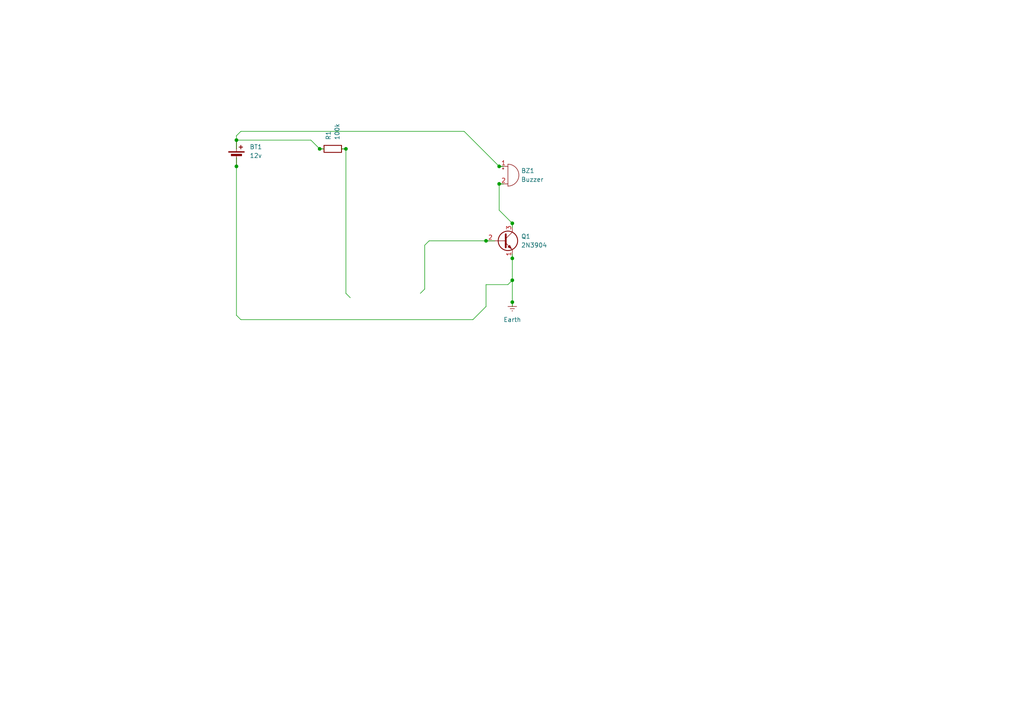
<source format=kicad_sch>
(kicad_sch
	(version 20250114)
	(generator "eeschema")
	(generator_version "9.0")
	(uuid "1f323b41-6172-48af-bc30-d3015ef1ae51")
	(paper "A4")
	(lib_symbols
		(symbol "Device:Battery_Cell"
			(pin_numbers
				(hide yes)
			)
			(pin_names
				(offset 0)
				(hide yes)
			)
			(exclude_from_sim no)
			(in_bom yes)
			(on_board yes)
			(property "Reference" "BT"
				(at 2.54 2.54 0)
				(effects
					(font
						(size 1.27 1.27)
					)
					(justify left)
				)
			)
			(property "Value" "Battery_Cell"
				(at 2.54 0 0)
				(effects
					(font
						(size 1.27 1.27)
					)
					(justify left)
				)
			)
			(property "Footprint" ""
				(at 0 1.524 90)
				(effects
					(font
						(size 1.27 1.27)
					)
					(hide yes)
				)
			)
			(property "Datasheet" "~"
				(at 0 1.524 90)
				(effects
					(font
						(size 1.27 1.27)
					)
					(hide yes)
				)
			)
			(property "Description" "Single-cell battery"
				(at 0 0 0)
				(effects
					(font
						(size 1.27 1.27)
					)
					(hide yes)
				)
			)
			(property "Sim.Device" "V"
				(at 0 0 0)
				(effects
					(font
						(size 1.27 1.27)
					)
					(hide yes)
				)
			)
			(property "Sim.Type" "DC"
				(at 0 0 0)
				(effects
					(font
						(size 1.27 1.27)
					)
					(hide yes)
				)
			)
			(property "Sim.Pins" "1=+ 2=-"
				(at 0 0 0)
				(effects
					(font
						(size 1.27 1.27)
					)
					(hide yes)
				)
			)
			(property "ki_keywords" "battery cell"
				(at 0 0 0)
				(effects
					(font
						(size 1.27 1.27)
					)
					(hide yes)
				)
			)
			(symbol "Battery_Cell_0_1"
				(rectangle
					(start -2.286 1.778)
					(end 2.286 1.524)
					(stroke
						(width 0)
						(type default)
					)
					(fill
						(type outline)
					)
				)
				(rectangle
					(start -1.524 1.016)
					(end 1.524 0.508)
					(stroke
						(width 0)
						(type default)
					)
					(fill
						(type outline)
					)
				)
				(polyline
					(pts
						(xy 0 1.778) (xy 0 2.54)
					)
					(stroke
						(width 0)
						(type default)
					)
					(fill
						(type none)
					)
				)
				(polyline
					(pts
						(xy 0 0.762) (xy 0 0)
					)
					(stroke
						(width 0)
						(type default)
					)
					(fill
						(type none)
					)
				)
				(polyline
					(pts
						(xy 0.762 3.048) (xy 1.778 3.048)
					)
					(stroke
						(width 0.254)
						(type default)
					)
					(fill
						(type none)
					)
				)
				(polyline
					(pts
						(xy 1.27 3.556) (xy 1.27 2.54)
					)
					(stroke
						(width 0.254)
						(type default)
					)
					(fill
						(type none)
					)
				)
			)
			(symbol "Battery_Cell_1_1"
				(pin passive line
					(at 0 5.08 270)
					(length 2.54)
					(name "+"
						(effects
							(font
								(size 1.27 1.27)
							)
						)
					)
					(number "1"
						(effects
							(font
								(size 1.27 1.27)
							)
						)
					)
				)
				(pin passive line
					(at 0 -2.54 90)
					(length 2.54)
					(name "-"
						(effects
							(font
								(size 1.27 1.27)
							)
						)
					)
					(number "2"
						(effects
							(font
								(size 1.27 1.27)
							)
						)
					)
				)
			)
			(embedded_fonts no)
		)
		(symbol "Device:Buzzer"
			(pin_names
				(offset 0.0254)
				(hide yes)
			)
			(exclude_from_sim no)
			(in_bom yes)
			(on_board yes)
			(property "Reference" "BZ"
				(at 3.81 1.27 0)
				(effects
					(font
						(size 1.27 1.27)
					)
					(justify left)
				)
			)
			(property "Value" "Buzzer"
				(at 3.81 -1.27 0)
				(effects
					(font
						(size 1.27 1.27)
					)
					(justify left)
				)
			)
			(property "Footprint" ""
				(at -0.635 2.54 90)
				(effects
					(font
						(size 1.27 1.27)
					)
					(hide yes)
				)
			)
			(property "Datasheet" "~"
				(at -0.635 2.54 90)
				(effects
					(font
						(size 1.27 1.27)
					)
					(hide yes)
				)
			)
			(property "Description" "Buzzer, polarized"
				(at 0 0 0)
				(effects
					(font
						(size 1.27 1.27)
					)
					(hide yes)
				)
			)
			(property "ki_keywords" "quartz resonator ceramic"
				(at 0 0 0)
				(effects
					(font
						(size 1.27 1.27)
					)
					(hide yes)
				)
			)
			(property "ki_fp_filters" "*Buzzer*"
				(at 0 0 0)
				(effects
					(font
						(size 1.27 1.27)
					)
					(hide yes)
				)
			)
			(symbol "Buzzer_0_1"
				(polyline
					(pts
						(xy -1.651 1.905) (xy -1.143 1.905)
					)
					(stroke
						(width 0)
						(type default)
					)
					(fill
						(type none)
					)
				)
				(polyline
					(pts
						(xy -1.397 2.159) (xy -1.397 1.651)
					)
					(stroke
						(width 0)
						(type default)
					)
					(fill
						(type none)
					)
				)
				(arc
					(start 0 3.175)
					(mid 3.1612 0)
					(end 0 -3.175)
					(stroke
						(width 0)
						(type default)
					)
					(fill
						(type none)
					)
				)
				(polyline
					(pts
						(xy 0 3.175) (xy 0 -3.175)
					)
					(stroke
						(width 0)
						(type default)
					)
					(fill
						(type none)
					)
				)
			)
			(symbol "Buzzer_1_1"
				(pin passive line
					(at -2.54 2.54 0)
					(length 2.54)
					(name "+"
						(effects
							(font
								(size 1.27 1.27)
							)
						)
					)
					(number "1"
						(effects
							(font
								(size 1.27 1.27)
							)
						)
					)
				)
				(pin passive line
					(at -2.54 -2.54 0)
					(length 2.54)
					(name "-"
						(effects
							(font
								(size 1.27 1.27)
							)
						)
					)
					(number "2"
						(effects
							(font
								(size 1.27 1.27)
							)
						)
					)
				)
			)
			(embedded_fonts no)
		)
		(symbol "Device:R"
			(pin_numbers
				(hide yes)
			)
			(pin_names
				(offset 0)
			)
			(exclude_from_sim no)
			(in_bom yes)
			(on_board yes)
			(property "Reference" "R"
				(at 2.032 0 90)
				(effects
					(font
						(size 1.27 1.27)
					)
				)
			)
			(property "Value" "R"
				(at 0 0 90)
				(effects
					(font
						(size 1.27 1.27)
					)
				)
			)
			(property "Footprint" ""
				(at -1.778 0 90)
				(effects
					(font
						(size 1.27 1.27)
					)
					(hide yes)
				)
			)
			(property "Datasheet" "~"
				(at 0 0 0)
				(effects
					(font
						(size 1.27 1.27)
					)
					(hide yes)
				)
			)
			(property "Description" "Resistor"
				(at 0 0 0)
				(effects
					(font
						(size 1.27 1.27)
					)
					(hide yes)
				)
			)
			(property "ki_keywords" "R res resistor"
				(at 0 0 0)
				(effects
					(font
						(size 1.27 1.27)
					)
					(hide yes)
				)
			)
			(property "ki_fp_filters" "R_*"
				(at 0 0 0)
				(effects
					(font
						(size 1.27 1.27)
					)
					(hide yes)
				)
			)
			(symbol "R_0_1"
				(rectangle
					(start -1.016 -2.54)
					(end 1.016 2.54)
					(stroke
						(width 0.254)
						(type default)
					)
					(fill
						(type none)
					)
				)
			)
			(symbol "R_1_1"
				(pin passive line
					(at 0 3.81 270)
					(length 1.27)
					(name "~"
						(effects
							(font
								(size 1.27 1.27)
							)
						)
					)
					(number "1"
						(effects
							(font
								(size 1.27 1.27)
							)
						)
					)
				)
				(pin passive line
					(at 0 -3.81 90)
					(length 1.27)
					(name "~"
						(effects
							(font
								(size 1.27 1.27)
							)
						)
					)
					(number "2"
						(effects
							(font
								(size 1.27 1.27)
							)
						)
					)
				)
			)
			(embedded_fonts no)
		)
		(symbol "Transistor_BJT:2N3904"
			(pin_names
				(offset 0)
				(hide yes)
			)
			(exclude_from_sim no)
			(in_bom yes)
			(on_board yes)
			(property "Reference" "Q"
				(at 5.08 1.905 0)
				(effects
					(font
						(size 1.27 1.27)
					)
					(justify left)
				)
			)
			(property "Value" "2N3904"
				(at 5.08 0 0)
				(effects
					(font
						(size 1.27 1.27)
					)
					(justify left)
				)
			)
			(property "Footprint" "Package_TO_SOT_THT:TO-92_Inline"
				(at 5.08 -1.905 0)
				(effects
					(font
						(size 1.27 1.27)
						(italic yes)
					)
					(justify left)
					(hide yes)
				)
			)
			(property "Datasheet" "https://www.onsemi.com/pub/Collateral/2N3903-D.PDF"
				(at 0 0 0)
				(effects
					(font
						(size 1.27 1.27)
					)
					(justify left)
					(hide yes)
				)
			)
			(property "Description" "0.2A Ic, 40V Vce, Small Signal NPN Transistor, TO-92"
				(at 0 0 0)
				(effects
					(font
						(size 1.27 1.27)
					)
					(hide yes)
				)
			)
			(property "Sim.Device" "NPN"
				(at 0 0 0)
				(effects
					(font
						(size 1.27 1.27)
					)
					(hide yes)
				)
			)
			(property "Sim.Pins" "1=E 2=B 3=C"
				(at 0 0 0)
				(effects
					(font
						(size 1.27 1.27)
					)
					(hide yes)
				)
			)
			(property "ki_keywords" "NPN Transistor"
				(at 0 0 0)
				(effects
					(font
						(size 1.27 1.27)
					)
					(hide yes)
				)
			)
			(property "ki_fp_filters" "TO?92*"
				(at 0 0 0)
				(effects
					(font
						(size 1.27 1.27)
					)
					(hide yes)
				)
			)
			(symbol "2N3904_0_1"
				(polyline
					(pts
						(xy -2.54 0) (xy 0.635 0)
					)
					(stroke
						(width 0)
						(type default)
					)
					(fill
						(type none)
					)
				)
				(polyline
					(pts
						(xy 0.635 1.905) (xy 0.635 -1.905)
					)
					(stroke
						(width 0.508)
						(type default)
					)
					(fill
						(type none)
					)
				)
				(circle
					(center 1.27 0)
					(radius 2.8194)
					(stroke
						(width 0.254)
						(type default)
					)
					(fill
						(type none)
					)
				)
			)
			(symbol "2N3904_1_1"
				(polyline
					(pts
						(xy 0.635 0.635) (xy 2.54 2.54)
					)
					(stroke
						(width 0)
						(type default)
					)
					(fill
						(type none)
					)
				)
				(polyline
					(pts
						(xy 0.635 -0.635) (xy 2.54 -2.54)
					)
					(stroke
						(width 0)
						(type default)
					)
					(fill
						(type none)
					)
				)
				(polyline
					(pts
						(xy 1.27 -1.778) (xy 1.778 -1.27) (xy 2.286 -2.286) (xy 1.27 -1.778)
					)
					(stroke
						(width 0)
						(type default)
					)
					(fill
						(type outline)
					)
				)
				(pin input line
					(at -5.08 0 0)
					(length 2.54)
					(name "B"
						(effects
							(font
								(size 1.27 1.27)
							)
						)
					)
					(number "2"
						(effects
							(font
								(size 1.27 1.27)
							)
						)
					)
				)
				(pin passive line
					(at 2.54 5.08 270)
					(length 2.54)
					(name "C"
						(effects
							(font
								(size 1.27 1.27)
							)
						)
					)
					(number "3"
						(effects
							(font
								(size 1.27 1.27)
							)
						)
					)
				)
				(pin passive line
					(at 2.54 -5.08 90)
					(length 2.54)
					(name "E"
						(effects
							(font
								(size 1.27 1.27)
							)
						)
					)
					(number "1"
						(effects
							(font
								(size 1.27 1.27)
							)
						)
					)
				)
			)
			(embedded_fonts no)
		)
		(symbol "power:Earth"
			(power)
			(pin_numbers
				(hide yes)
			)
			(pin_names
				(offset 0)
				(hide yes)
			)
			(exclude_from_sim no)
			(in_bom yes)
			(on_board yes)
			(property "Reference" "#PWR"
				(at 0 -6.35 0)
				(effects
					(font
						(size 1.27 1.27)
					)
					(hide yes)
				)
			)
			(property "Value" "Earth"
				(at 0 -3.81 0)
				(effects
					(font
						(size 1.27 1.27)
					)
				)
			)
			(property "Footprint" ""
				(at 0 0 0)
				(effects
					(font
						(size 1.27 1.27)
					)
					(hide yes)
				)
			)
			(property "Datasheet" "~"
				(at 0 0 0)
				(effects
					(font
						(size 1.27 1.27)
					)
					(hide yes)
				)
			)
			(property "Description" "Power symbol creates a global label with name \"Earth\""
				(at 0 0 0)
				(effects
					(font
						(size 1.27 1.27)
					)
					(hide yes)
				)
			)
			(property "ki_keywords" "global ground gnd"
				(at 0 0 0)
				(effects
					(font
						(size 1.27 1.27)
					)
					(hide yes)
				)
			)
			(symbol "Earth_0_1"
				(polyline
					(pts
						(xy -0.635 -1.905) (xy 0.635 -1.905)
					)
					(stroke
						(width 0)
						(type default)
					)
					(fill
						(type none)
					)
				)
				(polyline
					(pts
						(xy -0.127 -2.54) (xy 0.127 -2.54)
					)
					(stroke
						(width 0)
						(type default)
					)
					(fill
						(type none)
					)
				)
				(polyline
					(pts
						(xy 0 -1.27) (xy 0 0)
					)
					(stroke
						(width 0)
						(type default)
					)
					(fill
						(type none)
					)
				)
				(polyline
					(pts
						(xy 1.27 -1.27) (xy -1.27 -1.27)
					)
					(stroke
						(width 0)
						(type default)
					)
					(fill
						(type none)
					)
				)
			)
			(symbol "Earth_1_1"
				(pin power_in line
					(at 0 0 270)
					(length 0)
					(name "~"
						(effects
							(font
								(size 1.27 1.27)
							)
						)
					)
					(number "1"
						(effects
							(font
								(size 1.27 1.27)
							)
						)
					)
				)
			)
			(embedded_fonts no)
		)
	)
	(junction
		(at 148.59 64.77)
		(diameter 0)
		(color 0 0 0 0)
		(uuid "1ff976bd-aad6-45a6-b279-9bfa62a1a778")
	)
	(junction
		(at 100.33 43.18)
		(diameter 0)
		(color 0 0 0 0)
		(uuid "48aa0e61-4f8c-4ec0-ba4f-c9117e6a5313")
	)
	(junction
		(at 68.58 48.26)
		(diameter 0)
		(color 0 0 0 0)
		(uuid "4926c94a-8d61-41b6-ab05-570d7411ff4a")
	)
	(junction
		(at 144.78 53.34)
		(diameter 0)
		(color 0 0 0 0)
		(uuid "6f3a4332-ff17-4141-86e5-4fff92aff057")
	)
	(junction
		(at 68.58 40.64)
		(diameter 0)
		(color 0 0 0 0)
		(uuid "8394c588-1e82-41f7-97ce-a52561641f83")
	)
	(junction
		(at 140.97 69.85)
		(diameter 0)
		(color 0 0 0 0)
		(uuid "9a790841-06d7-4859-a224-c71186dd34d7")
	)
	(junction
		(at 144.78 48.26)
		(diameter 0)
		(color 0 0 0 0)
		(uuid "aaa1908a-963c-467d-8f74-723d440a38ab")
	)
	(junction
		(at 148.59 74.93)
		(diameter 0)
		(color 0 0 0 0)
		(uuid "ac7be9b9-40f6-4041-85cb-a59afed7ca66")
	)
	(junction
		(at 92.71 43.18)
		(diameter 0)
		(color 0 0 0 0)
		(uuid "b821f73c-930a-4d4c-a60f-87d08fd5663f")
	)
	(junction
		(at 148.59 87.63)
		(diameter 0)
		(color 0 0 0 0)
		(uuid "d54b498c-c4e1-478a-98ff-920046a7b9e5")
	)
	(junction
		(at 148.59 81.28)
		(diameter 0)
		(color 0 0 0 0)
		(uuid "d84cf2e1-2d5e-48e1-b584-5f290183de36")
	)
	(wire
		(pts
			(xy 148.59 87.63) (xy 148.59 88.9)
		)
		(stroke
			(width 0)
			(type default)
		)
		(uuid "02ae4839-2b75-46f9-a8e3-ea8d5b4989f9")
	)
	(wire
		(pts
			(xy 121.92 85.09) (xy 123.19 83.82)
		)
		(stroke
			(width 0)
			(type default)
		)
		(uuid "049d8119-9d0c-4936-aa09-2570b07d44f1")
	)
	(wire
		(pts
			(xy 100.33 43.18) (xy 100.33 85.09)
		)
		(stroke
			(width 0)
			(type default)
		)
		(uuid "0c0fca15-8076-4b0e-ab37-61a000dee2f9")
	)
	(wire
		(pts
			(xy 148.59 64.77) (xy 148.59 66.04)
		)
		(stroke
			(width 0)
			(type default)
		)
		(uuid "0d2b901e-6078-4413-8ad6-e3189f44625a")
	)
	(wire
		(pts
			(xy 68.58 91.44) (xy 69.85 92.71)
		)
		(stroke
			(width 0)
			(type default)
		)
		(uuid "17756ed3-02df-42bc-8bba-6f9e1f146848")
	)
	(wire
		(pts
			(xy 123.19 71.12) (xy 123.19 83.82)
		)
		(stroke
			(width 0)
			(type default)
		)
		(uuid "307601c2-2e1b-49c0-b816-fb96668fedef")
	)
	(wire
		(pts
			(xy 68.58 40.64) (xy 90.17 40.64)
		)
		(stroke
			(width 0)
			(type default)
		)
		(uuid "3a1a62c8-f267-430c-a518-07fe2eb6c2e8")
	)
	(wire
		(pts
			(xy 140.97 82.55) (xy 147.32 82.55)
		)
		(stroke
			(width 0)
			(type default)
		)
		(uuid "42138d19-7331-451b-b75c-e25384ed186f")
	)
	(wire
		(pts
			(xy 137.16 92.71) (xy 140.97 88.9)
		)
		(stroke
			(width 0)
			(type default)
		)
		(uuid "44ed91e3-8fb7-46c3-b083-1993de4cbca6")
	)
	(wire
		(pts
			(xy 69.85 38.1) (xy 134.62 38.1)
		)
		(stroke
			(width 0)
			(type default)
		)
		(uuid "4abb2ec3-db17-4279-9eb1-f4a5c8564de6")
	)
	(wire
		(pts
			(xy 68.58 39.37) (xy 69.85 38.1)
		)
		(stroke
			(width 0)
			(type default)
		)
		(uuid "4e027678-69b9-4ea3-a8b3-d290a705a21b")
	)
	(wire
		(pts
			(xy 140.97 69.85) (xy 124.46 69.85)
		)
		(stroke
			(width 0)
			(type default)
		)
		(uuid "4f20e80a-e1f8-4ede-b287-f1d8a6b738ff")
	)
	(wire
		(pts
			(xy 124.46 69.85) (xy 123.19 71.12)
		)
		(stroke
			(width 0)
			(type default)
		)
		(uuid "67b3e5e8-57b3-444a-bd85-e531d666c4ca")
	)
	(wire
		(pts
			(xy 144.78 60.96) (xy 148.59 64.77)
		)
		(stroke
			(width 0)
			(type default)
		)
		(uuid "6ef2f86d-9650-4b27-ac6e-66f25753235b")
	)
	(wire
		(pts
			(xy 99.06 43.18) (xy 100.33 43.18)
		)
		(stroke
			(width 0)
			(type default)
		)
		(uuid "6f4f96ca-c8cf-4716-8276-3d53a02ef348")
	)
	(wire
		(pts
			(xy 68.58 40.64) (xy 68.58 43.18)
		)
		(stroke
			(width 0)
			(type default)
		)
		(uuid "6fcd560a-9fa8-4471-a27a-7a0c877ebd16")
	)
	(wire
		(pts
			(xy 68.58 45.72) (xy 68.58 48.26)
		)
		(stroke
			(width 0)
			(type default)
		)
		(uuid "7fee6071-cf92-4ee8-ba22-0521b899fee3")
	)
	(wire
		(pts
			(xy 144.78 53.34) (xy 144.78 60.96)
		)
		(stroke
			(width 0)
			(type default)
		)
		(uuid "817f9712-242d-492b-a94e-755bf743c088")
	)
	(wire
		(pts
			(xy 148.59 81.28) (xy 148.59 87.63)
		)
		(stroke
			(width 0)
			(type default)
		)
		(uuid "854a42d6-fdad-4a51-8c99-55dec0db9d29")
	)
	(wire
		(pts
			(xy 144.78 53.34) (xy 146.05 53.34)
		)
		(stroke
			(width 0)
			(type default)
		)
		(uuid "8896fcf3-2f06-4600-8678-378cb8ade70b")
	)
	(wire
		(pts
			(xy 90.17 40.64) (xy 92.71 43.18)
		)
		(stroke
			(width 0)
			(type default)
		)
		(uuid "9d62ac88-f89e-41bc-8be8-7c17150b9008")
	)
	(wire
		(pts
			(xy 69.85 92.71) (xy 137.16 92.71)
		)
		(stroke
			(width 0)
			(type default)
		)
		(uuid "9e1260c7-cdaa-4956-9482-0cdfa296252a")
	)
	(wire
		(pts
			(xy 134.62 38.1) (xy 144.78 48.26)
		)
		(stroke
			(width 0)
			(type default)
		)
		(uuid "c0a1b4a9-11da-4658-99c4-fb7f8e5fa2ac")
	)
	(wire
		(pts
			(xy 144.78 48.26) (xy 146.05 48.26)
		)
		(stroke
			(width 0)
			(type default)
		)
		(uuid "c3ee9e71-c318-473c-98db-6612f583eac6")
	)
	(wire
		(pts
			(xy 148.59 73.66) (xy 148.59 74.93)
		)
		(stroke
			(width 0)
			(type default)
		)
		(uuid "c49efc0e-0118-42f1-9bca-6f24390b51a8")
	)
	(wire
		(pts
			(xy 100.33 85.09) (xy 101.6 86.36)
		)
		(stroke
			(width 0)
			(type default)
		)
		(uuid "cafdcbbb-c0da-473c-93ac-8bc4c6a033a2")
	)
	(wire
		(pts
			(xy 68.58 48.26) (xy 68.58 91.44)
		)
		(stroke
			(width 0)
			(type default)
		)
		(uuid "cd4878d5-1482-4502-b71c-a6042a47978c")
	)
	(wire
		(pts
			(xy 92.71 43.18) (xy 93.98 43.18)
		)
		(stroke
			(width 0)
			(type default)
		)
		(uuid "d743d3ac-4ec0-4cbc-ac73-284fd7ad3fdd")
	)
	(wire
		(pts
			(xy 147.32 82.55) (xy 148.59 81.28)
		)
		(stroke
			(width 0)
			(type default)
		)
		(uuid "daefdd50-90f3-4196-847b-09da87e7a2fb")
	)
	(wire
		(pts
			(xy 68.58 40.64) (xy 68.58 39.37)
		)
		(stroke
			(width 0)
			(type default)
		)
		(uuid "e6e902a2-656f-42bf-9669-986ef86e68a5")
	)
	(wire
		(pts
			(xy 140.97 69.85) (xy 143.51 69.85)
		)
		(stroke
			(width 0)
			(type default)
		)
		(uuid "f6ce5134-a6f0-4810-8ef3-8d7791f940a5")
	)
	(wire
		(pts
			(xy 148.59 74.93) (xy 148.59 81.28)
		)
		(stroke
			(width 0)
			(type default)
		)
		(uuid "fcf10246-23cd-416f-a4c9-4038970ff9f8")
	)
	(wire
		(pts
			(xy 140.97 82.55) (xy 140.97 88.9)
		)
		(stroke
			(width 0)
			(type default)
		)
		(uuid "fd32faff-1f88-4a70-8335-0155375be0cd")
	)
	(symbol
		(lib_id "power:Earth")
		(at 148.59 87.63 0)
		(unit 1)
		(exclude_from_sim no)
		(in_bom yes)
		(on_board yes)
		(dnp no)
		(fields_autoplaced yes)
		(uuid "12ddd81d-0762-4bd6-84e0-c4ca6abeb6cd")
		(property "Reference" "#PWR01"
			(at 148.59 93.98 0)
			(effects
				(font
					(size 1.27 1.27)
				)
				(hide yes)
			)
		)
		(property "Value" "Earth"
			(at 148.59 92.71 0)
			(effects
				(font
					(size 1.27 1.27)
				)
			)
		)
		(property "Footprint" ""
			(at 148.59 87.63 0)
			(effects
				(font
					(size 1.27 1.27)
				)
				(hide yes)
			)
		)
		(property "Datasheet" "~"
			(at 148.59 87.63 0)
			(effects
				(font
					(size 1.27 1.27)
				)
				(hide yes)
			)
		)
		(property "Description" "Power symbol creates a global label with name \"Earth\""
			(at 148.59 87.63 0)
			(effects
				(font
					(size 1.27 1.27)
				)
				(hide yes)
			)
		)
		(pin "1"
			(uuid "e06af435-9fde-4496-99ef-f54b97dfb0a3")
		)
		(instances
			(project ""
				(path "/1f323b41-6172-48af-bc30-d3015ef1ae51"
					(reference "#PWR01")
					(unit 1)
				)
			)
		)
	)
	(symbol
		(lib_id "Device:R")
		(at 96.52 43.18 90)
		(unit 1)
		(exclude_from_sim no)
		(in_bom yes)
		(on_board yes)
		(dnp no)
		(fields_autoplaced yes)
		(uuid "443dd4cb-74e2-4096-9ab0-2f0ca550135d")
		(property "Reference" "R1"
			(at 95.2499 40.64 0)
			(effects
				(font
					(size 1.27 1.27)
				)
				(justify left)
			)
		)
		(property "Value" "100k"
			(at 97.7899 40.64 0)
			(effects
				(font
					(size 1.27 1.27)
				)
				(justify left)
			)
		)
		(property "Footprint" "OptoDevice:R_LDR_D6.4mm_P3.4mm_Vertical"
			(at 96.52 44.958 90)
			(effects
				(font
					(size 1.27 1.27)
				)
				(hide yes)
			)
		)
		(property "Datasheet" "~"
			(at 96.52 43.18 0)
			(effects
				(font
					(size 1.27 1.27)
				)
				(hide yes)
			)
		)
		(property "Description" "Resistor"
			(at 96.52 43.18 0)
			(effects
				(font
					(size 1.27 1.27)
				)
				(hide yes)
			)
		)
		(pin "2"
			(uuid "6973e983-df95-4d91-a213-04a0791c796e")
		)
		(pin "1"
			(uuid "d9848b2d-798a-4e71-b33c-1dfa0a8c5f19")
		)
		(instances
			(project ""
				(path "/1f323b41-6172-48af-bc30-d3015ef1ae51"
					(reference "R1")
					(unit 1)
				)
			)
		)
	)
	(symbol
		(lib_id "Device:Battery_Cell")
		(at 68.58 45.72 0)
		(unit 1)
		(exclude_from_sim no)
		(in_bom yes)
		(on_board yes)
		(dnp no)
		(fields_autoplaced yes)
		(uuid "61af2b80-05e6-4ac9-936b-8ed6bac0b5ad")
		(property "Reference" "BT1"
			(at 72.39 42.6084 0)
			(effects
				(font
					(size 1.27 1.27)
				)
				(justify left)
			)
		)
		(property "Value" "12v"
			(at 72.39 45.1484 0)
			(effects
				(font
					(size 1.27 1.27)
				)
				(justify left)
			)
		)
		(property "Footprint" "Battery:BatteryHolder_Bulgin_BX0034_1xAAA"
			(at 68.58 44.196 90)
			(effects
				(font
					(size 1.27 1.27)
				)
				(hide yes)
			)
		)
		(property "Datasheet" "~"
			(at 68.58 44.196 90)
			(effects
				(font
					(size 1.27 1.27)
				)
				(hide yes)
			)
		)
		(property "Description" "Single-cell battery"
			(at 68.58 45.72 0)
			(effects
				(font
					(size 1.27 1.27)
				)
				(hide yes)
			)
		)
		(property "Sim.Device" "V"
			(at 68.58 45.72 0)
			(effects
				(font
					(size 1.27 1.27)
				)
				(hide yes)
			)
		)
		(property "Sim.Type" "DC"
			(at 68.58 45.72 0)
			(effects
				(font
					(size 1.27 1.27)
				)
				(hide yes)
			)
		)
		(property "Sim.Pins" "1=+ 2=-"
			(at 68.58 45.72 0)
			(effects
				(font
					(size 1.27 1.27)
				)
				(hide yes)
			)
		)
		(pin "1"
			(uuid "cdebd208-64c9-42b0-b8dd-1e40ea835baa")
		)
		(pin "2"
			(uuid "10c7864b-d88f-446e-b91d-4c1eb7759cce")
		)
		(instances
			(project ""
				(path "/1f323b41-6172-48af-bc30-d3015ef1ae51"
					(reference "BT1")
					(unit 1)
				)
			)
		)
	)
	(symbol
		(lib_id "Device:Buzzer")
		(at 147.32 50.8 0)
		(unit 1)
		(exclude_from_sim no)
		(in_bom yes)
		(on_board yes)
		(dnp no)
		(fields_autoplaced yes)
		(uuid "8b3af279-3447-48c4-b451-8f6f60dd4ba9")
		(property "Reference" "BZ1"
			(at 151.13 49.5299 0)
			(effects
				(font
					(size 1.27 1.27)
				)
				(justify left)
			)
		)
		(property "Value" "Buzzer"
			(at 151.13 52.0699 0)
			(effects
				(font
					(size 1.27 1.27)
				)
				(justify left)
			)
		)
		(property "Footprint" "Buzzer_Beeper:Buzzer_D14mm_H7mm_P10mm"
			(at 146.685 48.26 90)
			(effects
				(font
					(size 1.27 1.27)
				)
				(hide yes)
			)
		)
		(property "Datasheet" "~"
			(at 146.685 48.26 90)
			(effects
				(font
					(size 1.27 1.27)
				)
				(hide yes)
			)
		)
		(property "Description" "Buzzer, polarized"
			(at 147.32 50.8 0)
			(effects
				(font
					(size 1.27 1.27)
				)
				(hide yes)
			)
		)
		(pin "1"
			(uuid "5548f197-d27f-46c1-8a01-4168b5f89213")
		)
		(pin "2"
			(uuid "265a82d2-b89b-4ae5-ac85-7b883b0fb664")
		)
		(instances
			(project ""
				(path "/1f323b41-6172-48af-bc30-d3015ef1ae51"
					(reference "BZ1")
					(unit 1)
				)
			)
		)
	)
	(symbol
		(lib_id "Transistor_BJT:2N3904")
		(at 146.05 69.85 0)
		(unit 1)
		(exclude_from_sim no)
		(in_bom yes)
		(on_board yes)
		(dnp no)
		(fields_autoplaced yes)
		(uuid "b082ff77-fa89-42ba-b78b-b837cb031305")
		(property "Reference" "Q1"
			(at 151.13 68.5799 0)
			(effects
				(font
					(size 1.27 1.27)
				)
				(justify left)
			)
		)
		(property "Value" "2N3904"
			(at 151.13 71.1199 0)
			(effects
				(font
					(size 1.27 1.27)
				)
				(justify left)
			)
		)
		(property "Footprint" "Package_TO_SOT_THT:TO-92_Inline"
			(at 151.13 71.755 0)
			(effects
				(font
					(size 1.27 1.27)
					(italic yes)
				)
				(justify left)
				(hide yes)
			)
		)
		(property "Datasheet" "https://www.onsemi.com/pub/Collateral/2N3903-D.PDF"
			(at 146.05 69.85 0)
			(effects
				(font
					(size 1.27 1.27)
				)
				(justify left)
				(hide yes)
			)
		)
		(property "Description" "0.2A Ic, 40V Vce, Small Signal NPN Transistor, TO-92"
			(at 146.05 69.85 0)
			(effects
				(font
					(size 1.27 1.27)
				)
				(hide yes)
			)
		)
		(property "Sim.Device" "NPN"
			(at 146.05 69.85 0)
			(effects
				(font
					(size 1.27 1.27)
				)
				(hide yes)
			)
		)
		(property "Sim.Pins" "1=E 2=B 3=C"
			(at 146.05 69.85 0)
			(effects
				(font
					(size 1.27 1.27)
				)
				(hide yes)
			)
		)
		(pin "3"
			(uuid "3fbe9580-683b-4049-b499-7467bfded329")
		)
		(pin "2"
			(uuid "f983ab7f-e39e-49ca-b378-6e1c39ed28f2")
		)
		(pin "1"
			(uuid "2c3832cc-e3eb-434c-9b55-35c15b140d0a")
		)
		(instances
			(project ""
				(path "/1f323b41-6172-48af-bc30-d3015ef1ae51"
					(reference "Q1")
					(unit 1)
				)
			)
		)
	)
	(sheet_instances
		(path "/"
			(page "1")
		)
	)
	(embedded_fonts no)
)

</source>
